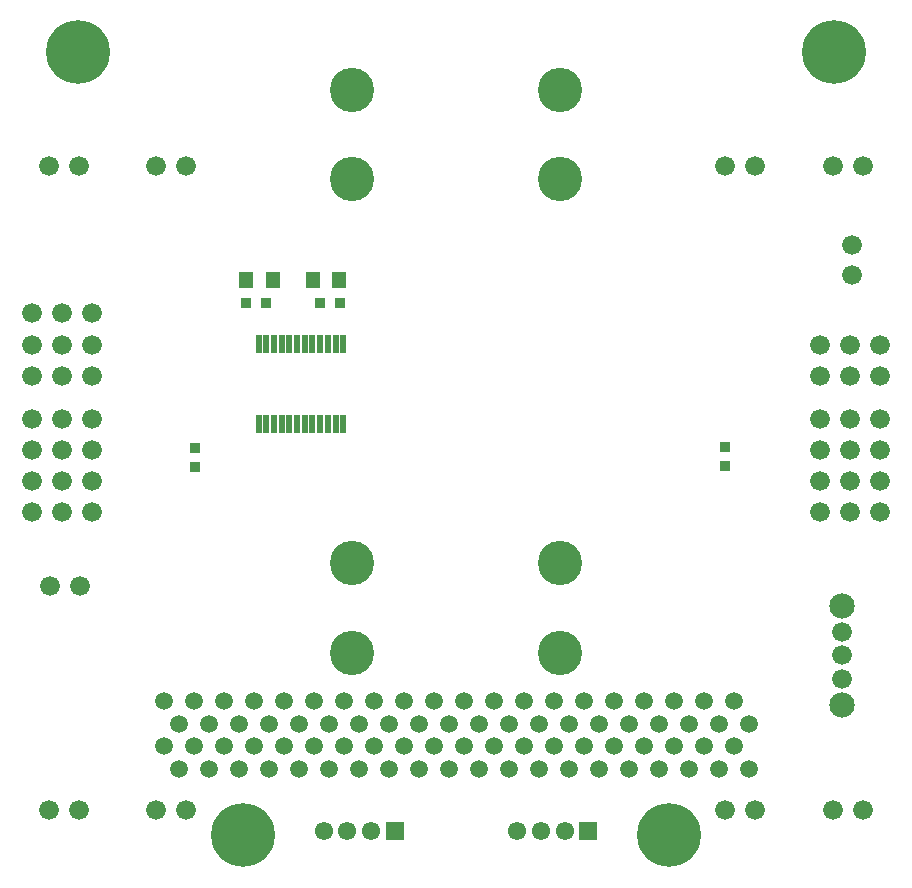
<source format=gts>
G04 DesignSpark PCB Gerber Version 12.0 Build 5942*
%FSLAX35Y35*%
%MOMM*%
%ADD74O,1.45240X2.15240*%
%ADD79R,0.55240X1.60240*%
%ADD80R,0.95240X0.95240*%
%ADD82R,1.15240X1.45240*%
%ADD75R,1.55240X1.57240*%
%ADD78C,1.50240*%
%ADD76C,1.55240*%
%ADD77C,1.67640*%
%ADD85C,2.15240*%
%ADD84C,3.75240*%
%ADD81R,0.95240X0.95240*%
%ADD83C,5.40240*%
X0Y0D02*
D02*
D74*
X3485240Y7930240D03*
X5245240D03*
D02*
D75*
X3845240Y1650240D03*
X5485240D03*
D02*
D76*
X3245240D03*
X3445240D03*
X3645240D03*
X4885240D03*
X5085240D03*
X5285240D03*
D02*
D77*
X772240Y4350240D03*
Y4615240D03*
Y4880240D03*
Y5145240D03*
Y5505240D03*
Y5770240D03*
Y6035240D03*
X915240Y1835240D03*
Y7285240D03*
X926240Y3730240D03*
X1026240Y4350240D03*
Y4615240D03*
Y4880240D03*
Y5145240D03*
Y5505240D03*
Y5770240D03*
Y6035240D03*
X1169240Y1835240D03*
Y7285240D03*
X1180240Y3730240D03*
X1280240Y4350240D03*
Y4615240D03*
Y4880240D03*
Y5145240D03*
Y5505240D03*
Y5770240D03*
Y6035240D03*
X1825240Y1835240D03*
Y7285240D03*
X2079240Y1835240D03*
Y7285240D03*
X6645240Y1835240D03*
Y7285240D03*
X6899240Y1835240D03*
Y7285240D03*
X7450240Y4350240D03*
Y4615240D03*
Y4880240D03*
Y5145240D03*
Y5505240D03*
Y5770240D03*
X7560240Y1835240D03*
Y7285240D03*
X7630240Y2940240D03*
Y3140240D03*
Y3340240D03*
X7704240Y4350240D03*
Y4615240D03*
Y4880240D03*
Y5145240D03*
Y5505240D03*
Y5770240D03*
X7715240Y6360240D03*
Y6614240D03*
X7814240Y1835240D03*
Y7285240D03*
X7958240Y4350240D03*
Y4615240D03*
Y4880240D03*
Y5145240D03*
Y5505240D03*
Y5770240D03*
D02*
D78*
X1892390Y2371740D03*
Y2751740D03*
X2019390Y2181740D03*
Y2561740D03*
X2146390Y2371740D03*
Y2751740D03*
X2273390Y2181740D03*
Y2561740D03*
X2400390Y2371740D03*
Y2751740D03*
X2527390Y2181740D03*
Y2561740D03*
X2654390Y2371740D03*
Y2751740D03*
X2781390Y2181740D03*
Y2561740D03*
X2908390Y2371740D03*
Y2751740D03*
X3035390Y2181740D03*
Y2561740D03*
X3162390Y2371740D03*
Y2751740D03*
X3289390Y2181740D03*
Y2561740D03*
X3416390Y2371740D03*
Y2751740D03*
X3543390Y2181740D03*
Y2561740D03*
X3670390Y2371740D03*
Y2751740D03*
X3797390Y2181740D03*
Y2561740D03*
X3924390Y2371740D03*
Y2751740D03*
X4051390Y2181740D03*
Y2561740D03*
X4178390Y2371740D03*
Y2751740D03*
X4305390Y2181740D03*
Y2561740D03*
X4432390Y2371740D03*
Y2751740D03*
X4559390Y2181740D03*
Y2561740D03*
X4686390Y2371740D03*
Y2751740D03*
X4813390Y2181740D03*
Y2561740D03*
X4940390Y2371740D03*
Y2751740D03*
X5067390Y2181740D03*
Y2561740D03*
X5194390Y2371740D03*
Y2751740D03*
X5321390Y2181740D03*
Y2561740D03*
X5448390Y2371740D03*
Y2751740D03*
X5575390Y2181740D03*
Y2561740D03*
X5702390Y2371740D03*
Y2751740D03*
X5829390Y2181740D03*
Y2561740D03*
X5956390Y2371740D03*
Y2751740D03*
X6083390Y2181740D03*
Y2561740D03*
X6210390Y2371740D03*
Y2751740D03*
X6337390Y2181740D03*
Y2561740D03*
X6464390Y2371740D03*
Y2751740D03*
X6591390Y2181740D03*
Y2561740D03*
X6718390Y2371740D03*
Y2751740D03*
X6845390Y2181740D03*
Y2561740D03*
D02*
D79*
X2695240Y5095240D03*
Y5775240D03*
X2760240Y5095240D03*
Y5775240D03*
X2825240Y5095240D03*
Y5775240D03*
X2890240Y5095240D03*
Y5775240D03*
X2955240Y5095240D03*
Y5775240D03*
X3020240Y5095240D03*
Y5775240D03*
X3085240Y5095240D03*
Y5775240D03*
X3150240Y5095240D03*
Y5775240D03*
X3215240Y5095240D03*
Y5775240D03*
X3280240Y5095240D03*
Y5775240D03*
X3345240Y5095240D03*
Y5775240D03*
X3410240Y5095240D03*
Y5775240D03*
D02*
D80*
X2590240Y6120240D03*
X2755340D03*
X3215240D03*
X3380340D03*
D02*
D81*
X2155240Y4735140D03*
Y4900240D03*
X6645240Y4740140D03*
Y4905240D03*
D02*
D82*
X2590240Y6320240D03*
X2812490D03*
X3155240D03*
X3377490D03*
D02*
D83*
X1165240Y8245240D03*
X2565240Y1620240D03*
X6165240D03*
X7565240Y8245240D03*
D02*
D84*
X3485240Y3160240D03*
Y3920240D03*
Y7170240D03*
Y7930240D03*
X5245240Y3160240D03*
Y3920240D03*
Y7170240D03*
Y7930240D03*
D02*
D85*
X7630240Y2720240D03*
Y3560240D03*
X0Y0D02*
M02*

</source>
